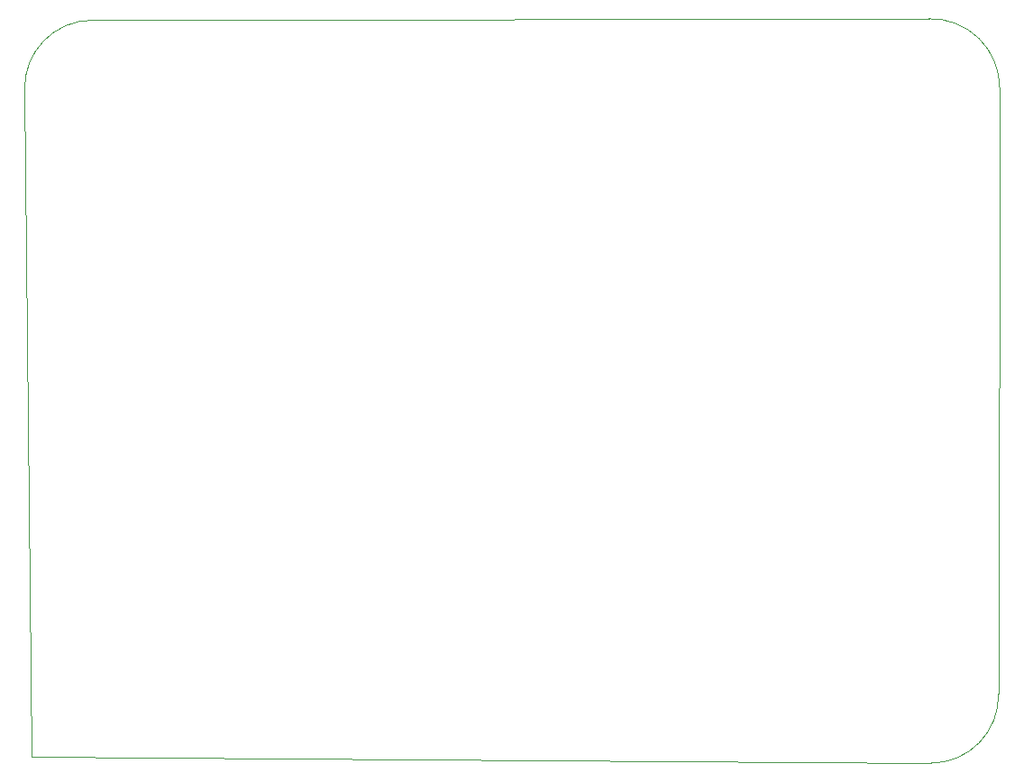
<source format=gbr>
G04 #@! TF.GenerationSoftware,KiCad,Pcbnew,(5.1.5)-3*
G04 #@! TF.CreationDate,2022-03-29T23:18:33-05:00*
G04 #@! TF.ProjectId,Two Motor Nano Controller,54776f20-4d6f-4746-9f72-204e616e6f20,rev?*
G04 #@! TF.SameCoordinates,Original*
G04 #@! TF.FileFunction,Profile,NP*
%FSLAX46Y46*%
G04 Gerber Fmt 4.6, Leading zero omitted, Abs format (unit mm)*
G04 Created by KiCad (PCBNEW (5.1.5)-3) date 2022-03-29 23:18:33*
%MOMM*%
%LPD*%
G04 APERTURE LIST*
%ADD10C,0.050000*%
G04 APERTURE END LIST*
D10*
X201958846Y-84910375D02*
G75*
G02X195610480Y-91404440I-6348366J-144065D01*
G01*
X195432708Y-21449431D02*
G75*
G02X202072240Y-27940000I147292J-6490569D01*
G01*
X110491634Y-28084065D02*
G75*
G02X116840000Y-21590000I6348366J144065D01*
G01*
X111099600Y-90820240D02*
X110491634Y-28084065D01*
X195610480Y-91404440D02*
X111099600Y-90820240D01*
X202072240Y-27940000D02*
X201958846Y-84910375D01*
X116840000Y-21590000D02*
X195432708Y-21449431D01*
M02*

</source>
